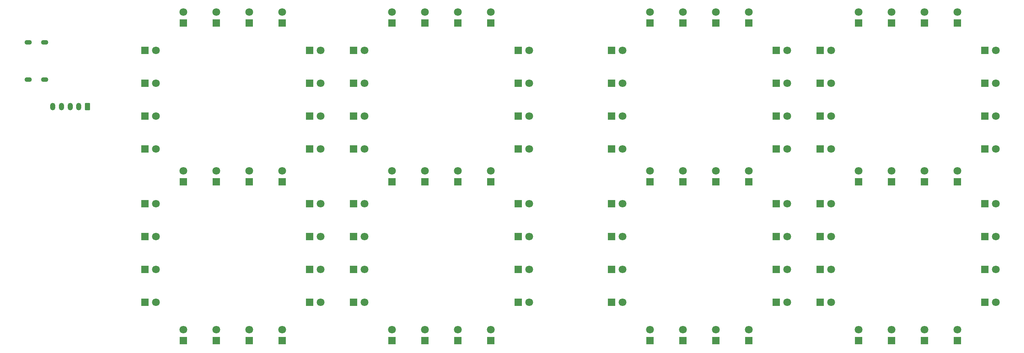
<source format=gbr>
%TF.GenerationSoftware,KiCad,Pcbnew,7.0.8*%
%TF.CreationDate,2024-09-21T08:52:27-04:00*%
%TF.ProjectId,clock,636c6f63-6b2e-46b6-9963-61645f706362,rev?*%
%TF.SameCoordinates,Original*%
%TF.FileFunction,Soldermask,Bot*%
%TF.FilePolarity,Negative*%
%FSLAX46Y46*%
G04 Gerber Fmt 4.6, Leading zero omitted, Abs format (unit mm)*
G04 Created by KiCad (PCBNEW 7.0.8) date 2024-09-21 08:52:27*
%MOMM*%
%LPD*%
G01*
G04 APERTURE LIST*
G04 Aperture macros list*
%AMRoundRect*
0 Rectangle with rounded corners*
0 $1 Rounding radius*
0 $2 $3 $4 $5 $6 $7 $8 $9 X,Y pos of 4 corners*
0 Add a 4 corners polygon primitive as box body*
4,1,4,$2,$3,$4,$5,$6,$7,$8,$9,$2,$3,0*
0 Add four circle primitives for the rounded corners*
1,1,$1+$1,$2,$3*
1,1,$1+$1,$4,$5*
1,1,$1+$1,$6,$7*
1,1,$1+$1,$8,$9*
0 Add four rect primitives between the rounded corners*
20,1,$1+$1,$2,$3,$4,$5,0*
20,1,$1+$1,$4,$5,$6,$7,0*
20,1,$1+$1,$6,$7,$8,$9,0*
20,1,$1+$1,$8,$9,$2,$3,0*%
G04 Aperture macros list end*
%ADD10R,1.800000X1.800000*%
%ADD11C,1.800000*%
%ADD12RoundRect,0.250000X0.350000X0.625000X-0.350000X0.625000X-0.350000X-0.625000X0.350000X-0.625000X0*%
%ADD13O,1.200000X1.750000*%
%ADD14O,1.700000X1.100000*%
G04 APERTURE END LIST*
D10*
%TO.C,D105*%
X105151000Y-23870600D03*
D11*
X107691000Y-23870600D03*
%TD*%
D10*
%TO.C,D73*%
X143251000Y-46730600D03*
D11*
X145791000Y-46730600D03*
%TD*%
D10*
%TO.C,D2*%
X173731000Y-17520600D03*
D11*
X173731000Y-14980600D03*
%TD*%
D10*
%TO.C,D92*%
X213101000Y-67050600D03*
D11*
X215641000Y-67050600D03*
%TD*%
D10*
%TO.C,D44*%
X164841000Y-31490600D03*
D11*
X167381000Y-31490600D03*
%TD*%
D10*
%TO.C,D37*%
X164841000Y-59430600D03*
D11*
X167381000Y-59430600D03*
%TD*%
D10*
%TO.C,D6*%
X202941000Y-23870600D03*
D11*
X205481000Y-23870600D03*
%TD*%
D10*
%TO.C,D49*%
X56891000Y-23870600D03*
D11*
X59431000Y-23870600D03*
%TD*%
D10*
%TO.C,D23*%
X94991000Y-67050600D03*
D11*
X97531000Y-67050600D03*
%TD*%
D10*
%TO.C,D28*%
X181351000Y-91180600D03*
D11*
X181351000Y-88640600D03*
%TD*%
D10*
%TO.C,D54*%
X65781000Y-54350600D03*
D11*
X65781000Y-51810600D03*
%TD*%
D10*
%TO.C,D82*%
X244851000Y-91180600D03*
D11*
X244851000Y-88640600D03*
%TD*%
D10*
%TO.C,D53*%
X196591000Y-54350600D03*
D11*
X196591000Y-51810600D03*
%TD*%
D10*
%TO.C,D11*%
X73401000Y-17520600D03*
D11*
X73401000Y-14980600D03*
%TD*%
D10*
%TO.C,D22*%
X94991000Y-59430600D03*
D11*
X97531000Y-59430600D03*
%TD*%
D10*
%TO.C,D64*%
X129281000Y-17520600D03*
D11*
X129281000Y-14980600D03*
%TD*%
D10*
%TO.C,D60*%
X237231000Y-17520600D03*
D11*
X237231000Y-14980600D03*
%TD*%
D10*
%TO.C,D104*%
X105151000Y-31490600D03*
D11*
X107691000Y-31490600D03*
%TD*%
D10*
%TO.C,D52*%
X188971000Y-54350600D03*
D11*
X188971000Y-51810600D03*
%TD*%
D10*
%TO.C,D62*%
X114041000Y-17520600D03*
D11*
X114041000Y-14980600D03*
%TD*%
D10*
%TO.C,D46*%
X56891000Y-46730600D03*
D11*
X59431000Y-46730600D03*
%TD*%
D10*
%TO.C,D30*%
X88641000Y-91180600D03*
D11*
X88641000Y-88640600D03*
%TD*%
D10*
%TO.C,D91*%
X213101000Y-74670600D03*
D11*
X215641000Y-74670600D03*
%TD*%
D10*
%TO.C,D97*%
X105151000Y-59430600D03*
D11*
X107691000Y-59430600D03*
%TD*%
D10*
%TO.C,D41*%
X56891000Y-59430600D03*
D11*
X59431000Y-59430600D03*
%TD*%
D10*
%TO.C,D84*%
X229611000Y-91180600D03*
D11*
X229611000Y-88640600D03*
%TD*%
D10*
%TO.C,D20*%
X202941000Y-74670600D03*
D11*
X205481000Y-74670600D03*
%TD*%
D10*
%TO.C,D75*%
X251201000Y-67050600D03*
D11*
X253741000Y-67050600D03*
%TD*%
D10*
%TO.C,D27*%
X188971000Y-91180600D03*
D11*
X188971000Y-88640600D03*
%TD*%
D10*
%TO.C,D68*%
X251201000Y-39110600D03*
D11*
X253741000Y-39110600D03*
%TD*%
D10*
%TO.C,D71*%
X143251000Y-31490600D03*
D11*
X145791000Y-31490600D03*
%TD*%
D10*
%TO.C,D40*%
X56891000Y-67050600D03*
D11*
X59431000Y-67050600D03*
%TD*%
D10*
%TO.C,D57*%
X88641000Y-54350600D03*
D11*
X88641000Y-51810600D03*
%TD*%
D10*
%TO.C,D69*%
X251201000Y-46730600D03*
D11*
X253741000Y-46730600D03*
%TD*%
D10*
%TO.C,D65*%
X136901000Y-17520600D03*
D11*
X136901000Y-14980600D03*
%TD*%
D10*
%TO.C,D110*%
X114041000Y-54350600D03*
D11*
X114041000Y-51810600D03*
%TD*%
D10*
%TO.C,D70*%
X143251000Y-23870600D03*
D11*
X145791000Y-23870600D03*
%TD*%
D10*
%TO.C,D74*%
X251201000Y-59430600D03*
D11*
X253741000Y-59430600D03*
%TD*%
D10*
%TO.C,D90*%
X213101000Y-82290600D03*
D11*
X215641000Y-82290600D03*
%TD*%
D10*
%TO.C,D10*%
X65781000Y-17520600D03*
D11*
X65781000Y-14980600D03*
%TD*%
D10*
%TO.C,D5*%
X196591000Y-17520600D03*
D11*
X196591000Y-14980600D03*
%TD*%
D10*
%TO.C,D89*%
X114041000Y-91180600D03*
D11*
X114041000Y-88640600D03*
%TD*%
D10*
%TO.C,D29*%
X173731000Y-91180600D03*
D11*
X173731000Y-88640600D03*
%TD*%
D10*
%TO.C,D58*%
X221991000Y-17520600D03*
D11*
X221991000Y-14980600D03*
%TD*%
D10*
%TO.C,D66*%
X251201000Y-23870600D03*
D11*
X253741000Y-23870600D03*
%TD*%
D10*
%TO.C,D25*%
X94991000Y-82290600D03*
D11*
X97531000Y-82290600D03*
%TD*%
D10*
%TO.C,D21*%
X202941000Y-82290600D03*
D11*
X205481000Y-82290600D03*
%TD*%
D12*
%TO.C,J1*%
X43573200Y-36872000D03*
D13*
X41573200Y-36872000D03*
X39573200Y-36872000D03*
X37573200Y-36872000D03*
X35573200Y-36872000D03*
%TD*%
D10*
%TO.C,D38*%
X56891000Y-82290600D03*
D11*
X59431000Y-82290600D03*
%TD*%
D10*
%TO.C,D55*%
X73401000Y-54350600D03*
D11*
X73401000Y-51810600D03*
%TD*%
D10*
%TO.C,D81*%
X143251000Y-82290600D03*
D11*
X145791000Y-82290600D03*
%TD*%
D10*
%TO.C,D48*%
X56891000Y-31490600D03*
D11*
X59431000Y-31490600D03*
%TD*%
D10*
%TO.C,D35*%
X164841000Y-74670600D03*
D11*
X167381000Y-74670600D03*
%TD*%
D10*
%TO.C,D103*%
X105151000Y-39110600D03*
D11*
X107691000Y-39110600D03*
%TD*%
D10*
%TO.C,D36*%
X164841000Y-67050600D03*
D11*
X167381000Y-67050600D03*
%TD*%
D10*
%TO.C,D113*%
X136901000Y-54350600D03*
D11*
X136901000Y-51810600D03*
%TD*%
D10*
%TO.C,D72*%
X143251000Y-39110600D03*
D11*
X145791000Y-39110600D03*
%TD*%
D10*
%TO.C,D50*%
X173731000Y-54350600D03*
D11*
X173731000Y-51810600D03*
%TD*%
D10*
%TO.C,D18*%
X202941000Y-59430600D03*
D11*
X205481000Y-59430600D03*
%TD*%
D10*
%TO.C,D107*%
X229611000Y-54350600D03*
D11*
X229611000Y-51810600D03*
%TD*%
D10*
%TO.C,D33*%
X65781000Y-91180600D03*
D11*
X65781000Y-88640600D03*
%TD*%
D10*
%TO.C,D101*%
X213101000Y-23870600D03*
D11*
X215641000Y-23870600D03*
%TD*%
D10*
%TO.C,D56*%
X81021000Y-54350600D03*
D11*
X81021000Y-51810600D03*
%TD*%
D10*
%TO.C,D45*%
X164841000Y-23870600D03*
D11*
X167381000Y-23870600D03*
%TD*%
D10*
%TO.C,D16*%
X94991000Y-39110600D03*
D11*
X97531000Y-39110600D03*
%TD*%
D10*
%TO.C,D100*%
X213101000Y-31490600D03*
D11*
X215641000Y-31490600D03*
%TD*%
D10*
%TO.C,D109*%
X244851000Y-54350600D03*
D11*
X244851000Y-51810600D03*
%TD*%
D10*
%TO.C,D67*%
X251201000Y-31490600D03*
D11*
X253741000Y-31490600D03*
%TD*%
D10*
%TO.C,D59*%
X229611000Y-17520600D03*
D11*
X229611000Y-14980600D03*
%TD*%
D10*
%TO.C,D111*%
X121661000Y-54350600D03*
D11*
X121661000Y-51810600D03*
%TD*%
D10*
%TO.C,D24*%
X94991000Y-74670600D03*
D11*
X97531000Y-74670600D03*
%TD*%
D10*
%TO.C,D34*%
X164841000Y-82290600D03*
D11*
X167381000Y-82290600D03*
%TD*%
D10*
%TO.C,D93*%
X213101000Y-59430600D03*
D11*
X215641000Y-59430600D03*
%TD*%
D10*
%TO.C,D8*%
X202941000Y-39110600D03*
D11*
X205481000Y-39110600D03*
%TD*%
D14*
%TO.C,J2*%
X33647600Y-22011600D03*
X29847600Y-22011600D03*
X33647600Y-30651600D03*
X29847600Y-30651600D03*
%TD*%
D10*
%TO.C,D83*%
X237231000Y-91180600D03*
D11*
X237231000Y-88640600D03*
%TD*%
D10*
%TO.C,D80*%
X143251000Y-74670600D03*
D11*
X145791000Y-74670600D03*
%TD*%
D10*
%TO.C,D31*%
X81021000Y-91180600D03*
D11*
X81021000Y-88640600D03*
%TD*%
D10*
%TO.C,D96*%
X105151000Y-67050600D03*
D11*
X107691000Y-67050600D03*
%TD*%
D10*
%TO.C,D17*%
X94991000Y-46730600D03*
D11*
X97531000Y-46730600D03*
%TD*%
D10*
%TO.C,D14*%
X94991000Y-23870600D03*
D11*
X97531000Y-23870600D03*
%TD*%
D10*
%TO.C,D61*%
X244851000Y-17520600D03*
D11*
X244851000Y-14980600D03*
%TD*%
D10*
%TO.C,D3*%
X181351000Y-17520600D03*
D11*
X181351000Y-14980600D03*
%TD*%
D10*
%TO.C,D12*%
X81021000Y-17520600D03*
D11*
X81021000Y-14980600D03*
%TD*%
D10*
%TO.C,D102*%
X105151000Y-46730600D03*
D11*
X107691000Y-46730600D03*
%TD*%
D10*
%TO.C,D51*%
X181351000Y-54350600D03*
D11*
X181351000Y-51810600D03*
%TD*%
D10*
%TO.C,D87*%
X129281000Y-91180600D03*
D11*
X129281000Y-88640600D03*
%TD*%
D10*
%TO.C,D4*%
X188971000Y-17520600D03*
D11*
X188971000Y-14980600D03*
%TD*%
D10*
%TO.C,D77*%
X251201000Y-82290600D03*
D11*
X253741000Y-82290600D03*
%TD*%
D10*
%TO.C,D15*%
X94991000Y-31490600D03*
D11*
X97531000Y-31490600D03*
%TD*%
D10*
%TO.C,D79*%
X143251000Y-67050600D03*
D11*
X145791000Y-67050600D03*
%TD*%
D10*
%TO.C,D43*%
X164841000Y-39110600D03*
D11*
X167381000Y-39110600D03*
%TD*%
D10*
%TO.C,D98*%
X213101000Y-46730600D03*
D11*
X215641000Y-46730600D03*
%TD*%
D10*
%TO.C,D99*%
X213101000Y-39110600D03*
D11*
X215641000Y-39110600D03*
%TD*%
D10*
%TO.C,D95*%
X105151000Y-74670600D03*
D11*
X107691000Y-74670600D03*
%TD*%
D10*
%TO.C,D39*%
X56891000Y-74670600D03*
D11*
X59431000Y-74670600D03*
%TD*%
D10*
%TO.C,D86*%
X136901000Y-91180600D03*
D11*
X136901000Y-88640600D03*
%TD*%
D10*
%TO.C,D78*%
X143251000Y-59430600D03*
D11*
X145791000Y-59430600D03*
%TD*%
D10*
%TO.C,D9*%
X202941000Y-46730600D03*
D11*
X205481000Y-46730600D03*
%TD*%
D10*
%TO.C,D94*%
X105151000Y-82290600D03*
D11*
X107691000Y-82290600D03*
%TD*%
D10*
%TO.C,D42*%
X164841000Y-46730600D03*
D11*
X167381000Y-46730600D03*
%TD*%
D10*
%TO.C,D13*%
X88641000Y-17520600D03*
D11*
X88641000Y-14980600D03*
%TD*%
D10*
%TO.C,D26*%
X196591000Y-91180600D03*
D11*
X196591000Y-88640600D03*
%TD*%
D10*
%TO.C,D106*%
X221991000Y-54350600D03*
D11*
X221991000Y-51810600D03*
%TD*%
D10*
%TO.C,D32*%
X73401000Y-91180600D03*
D11*
X73401000Y-88640600D03*
%TD*%
D10*
%TO.C,D19*%
X202941000Y-67050600D03*
D11*
X205481000Y-67050600D03*
%TD*%
D10*
%TO.C,D108*%
X237231000Y-54350600D03*
D11*
X237231000Y-51810600D03*
%TD*%
D10*
%TO.C,D76*%
X251201000Y-74670600D03*
D11*
X253741000Y-74670600D03*
%TD*%
D10*
%TO.C,D88*%
X121661000Y-91180600D03*
D11*
X121661000Y-88640600D03*
%TD*%
D10*
%TO.C,D85*%
X221991000Y-91180600D03*
D11*
X221991000Y-88640600D03*
%TD*%
D10*
%TO.C,D47*%
X56891000Y-39110600D03*
D11*
X59431000Y-39110600D03*
%TD*%
D10*
%TO.C,D112*%
X129281000Y-54350600D03*
D11*
X129281000Y-51810600D03*
%TD*%
D10*
%TO.C,D7*%
X202941000Y-31490600D03*
D11*
X205481000Y-31490600D03*
%TD*%
D10*
%TO.C,D63*%
X121661000Y-17520600D03*
D11*
X121661000Y-14980600D03*
%TD*%
M02*

</source>
